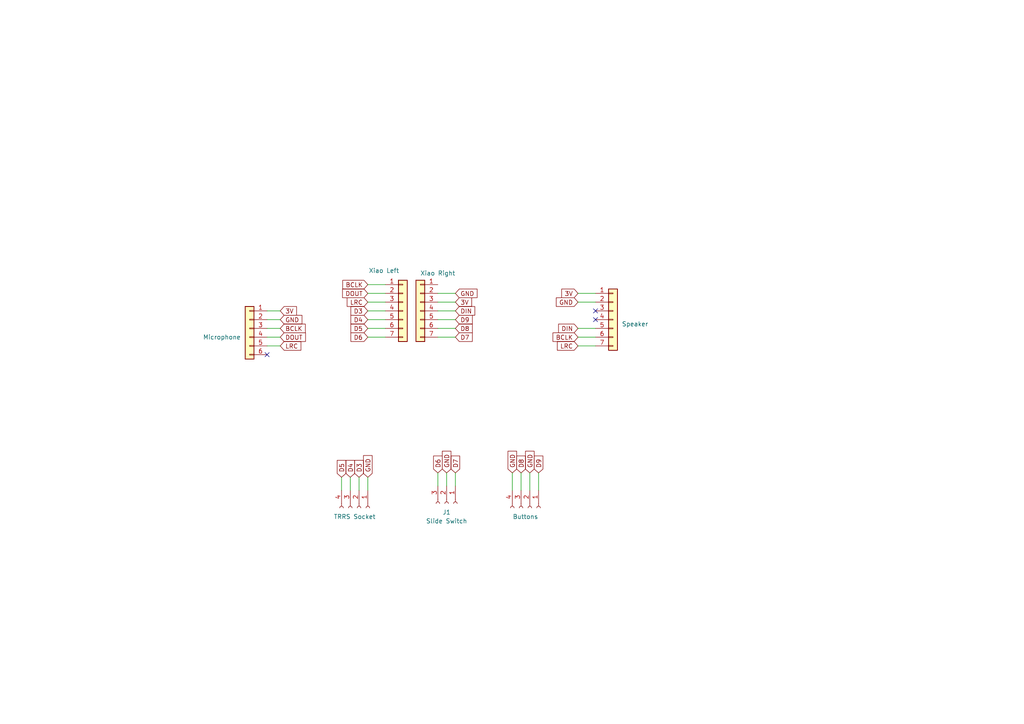
<source format=kicad_sch>
(kicad_sch (version 20250114) (generator "eeschema") (generator_version "9.0")
  (paper "A4")
  (lib_symbols
    (symbol "Connector:Conn_01x03_Socket" (pin_names (offset 1.016) (hide yes))
      (property "Reference" "J" (at 0 5.08 0))
      (property "Value" "Conn_01x03_Socket" (at 0 -5.08 0))
      (symbol "Conn_01x03_Socket_1_1"
        (polyline (pts (xy -1.27 2.54) (xy -0.508 2.54)) (stroke (width 0.1524)))
        (polyline (pts (xy -1.27 0) (xy -0.508 0)) (stroke (width 0.1524)))
        (polyline (pts (xy -1.27 -2.54) (xy -0.508 -2.54)) (stroke (width 0.1524)))
        (arc (start 0 2.032) (mid -0.5058 2.54) (end 0 3.048) (stroke (width 0.1524)))
        (arc (start 0 -0.508) (mid -0.5058 0) (end 0 0.508) (stroke (width 0.1524)))
        (arc (start 0 -3.048) (mid -0.5058 -2.54) (end 0 -2.032) (stroke (width 0.1524)))
        (pin passive line (at -5.08 2.54 0) (length 3.81) (name "Pin_1") (number "1"))
        (pin passive line (at -5.08 0 0) (length 3.81) (name "Pin_2") (number "2"))
        (pin passive line (at -5.08 -2.54 0) (length 3.81) (name "Pin_3") (number "3"))
      )
    )
    (symbol "Connector:Conn_01x04_Socket" (pin_names (offset 1.016) (hide yes))
      (property "Reference" "J" (at 0 5.08 0))
      (property "Value" "Conn_01x04_Socket" (at 0 -7.62 0))
      (symbol "Conn_01x04_Socket_1_1"
        (polyline (pts (xy -1.27 2.54) (xy -0.508 2.54)) (stroke (width 0.1524)))
        (polyline (pts (xy -1.27 0) (xy -0.508 0)) (stroke (width 0.1524)))
        (polyline (pts (xy -1.27 -2.54) (xy -0.508 -2.54)) (stroke (width 0.1524)))
        (polyline (pts (xy -1.27 -5.08) (xy -0.508 -5.08)) (stroke (width 0.1524)))
        (arc (start 0 2.032) (mid -0.5058 2.54) (end 0 3.048) (stroke (width 0.1524)))
        (arc (start 0 -0.508) (mid -0.5058 0) (end 0 0.508) (stroke (width 0.1524)))
        (arc (start 0 -3.048) (mid -0.5058 -2.54) (end 0 -2.032) (stroke (width 0.1524)))
        (arc (start 0 -5.588) (mid -0.5058 -5.08) (end 0 -4.572) (stroke (width 0.1524)))
        (pin passive line (at -5.08 2.54 0) (length 3.81) (name "Pin_1") (number "1"))
        (pin passive line (at -5.08 0 0) (length 3.81) (name "Pin_2") (number "2"))
        (pin passive line (at -5.08 -2.54 0) (length 3.81) (name "Pin_3") (number "3"))
        (pin passive line (at -5.08 -5.08 0) (length 3.81) (name "Pin_4") (number "4"))
      )
    )
    (symbol "Connector_Generic:Conn_01x06" (pin_names (offset 1.016) (hide yes))
      (property "Reference" "J" (at 0 7.62 0))
      (property "Value" "Conn_01x06" (at 0 -10.16 0))
      (symbol "Conn_01x06_1_1"
        (rectangle (start -1.27 6.35) (end 1.27 -8.89) (stroke (width 0.254)) (fill (type background)))
        (rectangle (start -1.27 5.207) (end 0 4.953) (stroke (width 0.1524)))
        (rectangle (start -1.27 2.667) (end 0 2.413) (stroke (width 0.1524)))
        (rectangle (start -1.27 0.127) (end 0 -0.127) (stroke (width 0.1524)))
        (rectangle (start -1.27 -2.413) (end 0 -2.667) (stroke (width 0.1524)))
        (rectangle (start -1.27 -4.953) (end 0 -5.207) (stroke (width 0.1524)))
        (rectangle (start -1.27 -7.493) (end 0 -7.747) (stroke (width 0.1524)))
        (pin passive line (at -5.08 5.08 0) (length 3.81) (name "Pin_1") (number "1"))
        (pin passive line (at -5.08 2.54 0) (length 3.81) (name "Pin_2") (number "2"))
        (pin passive line (at -5.08 0 0) (length 3.81) (name "Pin_3") (number "3"))
        (pin passive line (at -5.08 -2.54 0) (length 3.81) (name "Pin_4") (number "4"))
        (pin passive line (at -5.08 -5.08 0) (length 3.81) (name "Pin_5") (number "5"))
        (pin passive line (at -5.08 -7.62 0) (length 3.81) (name "Pin_6") (number "6"))
      )
    )
    (symbol "Connector_Generic:Conn_01x07" (pin_names (offset 1.016) (hide yes))
      (property "Reference" "J" (at 0 10.16 0))
      (property "Value" "Conn_01x07" (at 0 -10.16 0))
      (symbol "Conn_01x07_1_1"
        (rectangle (start -1.27 8.89) (end 1.27 -8.89) (stroke (width 0.254)) (fill (type background)))
        (rectangle (start -1.27 7.747) (end 0 7.493) (stroke (width 0.1524)))
        (rectangle (start -1.27 5.207) (end 0 4.953) (stroke (width 0.1524)))
        (rectangle (start -1.27 2.667) (end 0 2.413) (stroke (width 0.1524)))
        (rectangle (start -1.27 0.127) (end 0 -0.127) (stroke (width 0.1524)))
        (rectangle (start -1.27 -2.413) (end 0 -2.667) (stroke (width 0.1524)))
        (rectangle (start -1.27 -4.953) (end 0 -5.207) (stroke (width 0.1524)))
        (rectangle (start -1.27 -7.493) (end 0 -7.747) (stroke (width 0.1524)))
        (pin passive line (at -5.08 7.62 0) (length 3.81) (name "Pin_1") (number "1"))
        (pin passive line (at -5.08 5.08 0) (length 3.81) (name "Pin_2") (number "2"))
        (pin passive line (at -5.08 2.54 0) (length 3.81) (name "Pin_3") (number "3"))
        (pin passive line (at -5.08 0 0) (length 3.81) (name "Pin_4") (number "4"))
        (pin passive line (at -5.08 -2.54 0) (length 3.81) (name "Pin_5") (number "5"))
        (pin passive line (at -5.08 -5.08 0) (length 3.81) (name "Pin_6") (number "6"))
        (pin passive line (at -5.08 -7.62 0) (length 3.81) (name "Pin_7") (number "7"))
      )
    )
  )
  (no_connect (at 172.72 90.17))
  (no_connect (at 172.72 92.71))
  (no_connect (at 77.47 102.87))
  (wire (pts (xy 77.47 95.25) (xy 81.28 95.25)))
  (wire (pts (xy 77.47 100.33) (xy 81.28 100.33)))
  (wire (pts (xy 101.6 138.43) (xy 101.6 142.24)))
  (wire (pts (xy 104.14 138.43) (xy 104.14 142.24)))
  (wire (pts (xy 132.08 137.16) (xy 132.08 140.97)))
  (wire (pts (xy 132.08 92.71) (xy 127 92.71)))
  (wire (pts (xy 132.08 95.25) (xy 127 95.25)))
  (wire (pts (xy 129.54 137.16) (xy 129.54 140.97)))
  (wire (pts (xy 106.68 95.25) (xy 111.76 95.25)))
  (wire (pts (xy 167.64 100.33) (xy 172.72 100.33)))
  (wire (pts (xy 167.64 95.25) (xy 172.72 95.25)))
  (wire (pts (xy 167.64 97.79) (xy 172.72 97.79)))
  (wire (pts (xy 167.64 87.63) (xy 172.72 87.63)))
  (wire (pts (xy 153.67 137.16) (xy 153.67 142.24)))
  (wire (pts (xy 106.68 97.79) (xy 111.76 97.79)))
  (wire (pts (xy 167.64 85.09) (xy 172.72 85.09)))
  (wire (pts (xy 106.68 92.71) (xy 111.76 92.71)))
  (wire (pts (xy 148.59 137.16) (xy 148.59 142.24)))
  (wire (pts (xy 106.68 82.55) (xy 111.76 82.55)))
  (wire (pts (xy 106.68 90.17) (xy 111.76 90.17)))
  (wire (pts (xy 77.47 92.71) (xy 81.28 92.71)))
  (wire (pts (xy 99.06 138.43) (xy 99.06 142.24)))
  (wire (pts (xy 77.47 97.79) (xy 81.28 97.79)))
  (wire (pts (xy 156.21 137.16) (xy 156.21 142.24)))
  (wire (pts (xy 132.08 97.79) (xy 127 97.79)))
  (wire (pts (xy 127 137.16) (xy 127 140.97)))
  (wire (pts (xy 132.08 90.17) (xy 127 90.17)))
  (wire (pts (xy 127 87.63) (xy 132.08 87.63)))
  (wire (pts (xy 106.68 87.63) (xy 111.76 87.63)))
  (wire (pts (xy 127 85.09) (xy 132.08 85.09)))
  (wire (pts (xy 151.13 137.16) (xy 151.13 142.24)))
  (wire (pts (xy 106.68 85.09) (xy 111.76 85.09)))
  (wire (pts (xy 77.47 90.17) (xy 81.28 90.17)))
  (wire (pts (xy 106.68 138.43) (xy 106.68 142.24)))
  (global_label "3V" (shape input) (at 81.28 90.17 0) (property "Intersheetrefs" "${INTERSHEET_REFS}" (effects (hide yes))))
  (global_label "D4" (shape input) (at 101.6 138.43 90) (property "Intersheetrefs" "${INTERSHEET_REFS}" (effects (hide yes))))
  (global_label "GND" (shape input) (at 153.67 137.16 90) (property "Intersheetrefs" "${INTERSHEET_REFS}" (effects (hide yes))))
  (global_label "DIN" (shape input) (at 167.64 95.25 180) (property "Intersheetrefs" "${INTERSHEET_REFS}" (effects (hide yes))))
  (global_label "D9" (shape input) (at 132.08 92.71 0) (property "Intersheetrefs" "${INTERSHEET_REFS}" (effects (hide yes))))
  (global_label "GND" (shape input) (at 81.28 92.71 0) (property "Intersheetrefs" "${INTERSHEET_REFS}" (effects (hide yes))))
  (global_label "GND" (shape input) (at 106.68 138.43 90) (property "Intersheetrefs" "${INTERSHEET_REFS}" (effects (hide yes))))
  (global_label "D9" (shape input) (at 156.21 137.16 90) (property "Intersheetrefs" "${INTERSHEET_REFS}" (effects (hide yes))))
  (global_label "3V" (shape input) (at 132.08 87.63 0) (property "Intersheetrefs" "${INTERSHEET_REFS}" (effects (hide yes))))
  (global_label "D6" (shape input) (at 127 137.16 90) (property "Intersheetrefs" "${INTERSHEET_REFS}" (effects (hide yes))))
  (global_label "D8" (shape input) (at 151.13 137.16 90) (property "Intersheetrefs" "${INTERSHEET_REFS}" (effects (hide yes))))
  (global_label "GND" (shape input) (at 132.08 85.09 0) (property "Intersheetrefs" "${INTERSHEET_REFS}" (effects (hide yes))))
  (global_label "D7" (shape input) (at 132.08 97.79 0) (property "Intersheetrefs" "${INTERSHEET_REFS}" (effects (hide yes))))
  (global_label "LRC" (shape input) (at 106.68 87.63 180) (property "Intersheetrefs" "${INTERSHEET_REFS}" (effects (hide yes))))
  (global_label "D5" (shape input) (at 106.68 95.25 180) (property "Intersheetrefs" "${INTERSHEET_REFS}" (effects (hide yes))))
  (global_label "3V" (shape input) (at 167.64 85.09 180) (property "Intersheetrefs" "${INTERSHEET_REFS}" (effects (hide yes))))
  (global_label "DIN" (shape input) (at 132.08 90.17 0) (property "Intersheetrefs" "${INTERSHEET_REFS}" (effects (hide yes))))
  (global_label "D3" (shape input) (at 106.68 90.17 180) (property "Intersheetrefs" "${INTERSHEET_REFS}" (effects (hide yes))))
  (global_label "GND" (shape input) (at 129.54 137.16 90) (property "Intersheetrefs" "${INTERSHEET_REFS}" (effects (hide yes))))
  (global_label "DOUT" (shape input) (at 81.28 97.79 0) (property "Intersheetrefs" "${INTERSHEET_REFS}" (effects (hide yes))))
  (global_label "BCLK" (shape input) (at 167.64 97.79 180) (property "Intersheetrefs" "${INTERSHEET_REFS}" (effects (hide yes))))
  (global_label "LRC" (shape input) (at 81.28 100.33 0) (property "Intersheetrefs" "${INTERSHEET_REFS}" (effects (hide yes))))
  (global_label "GND" (shape input) (at 167.64 87.63 180) (property "Intersheetrefs" "${INTERSHEET_REFS}" (effects (hide yes))))
  (global_label "GND" (shape input) (at 148.59 137.16 90) (property "Intersheetrefs" "${INTERSHEET_REFS}" (effects (hide yes))))
  (global_label "BCLK" (shape input) (at 106.68 82.55 180) (property "Intersheetrefs" "${INTERSHEET_REFS}" (effects (hide yes))))
  (global_label "D3" (shape input) (at 104.14 138.43 90) (property "Intersheetrefs" "${INTERSHEET_REFS}" (effects (hide yes))))
  (global_label "DOUT" (shape input) (at 106.68 85.09 180) (property "Intersheetrefs" "${INTERSHEET_REFS}" (effects (hide yes))))
  (global_label "D7" (shape input) (at 132.08 137.16 90) (property "Intersheetrefs" "${INTERSHEET_REFS}" (effects (hide yes))))
  (global_label "D5" (shape input) (at 99.06 138.43 90) (property "Intersheetrefs" "${INTERSHEET_REFS}" (effects (hide yes))))
  (global_label "BCLK" (shape input) (at 81.28 95.25 0) (property "Intersheetrefs" "${INTERSHEET_REFS}" (effects (hide yes))))
  (global_label "D8" (shape input) (at 132.08 95.25 0) (property "Intersheetrefs" "${INTERSHEET_REFS}" (effects (hide yes))))
  (global_label "LRC" (shape input) (at 167.64 100.33 180) (property "Intersheetrefs" "${INTERSHEET_REFS}" (effects (hide yes))))
  (global_label "D6" (shape input) (at 106.68 97.79 180) (property "Intersheetrefs" "${INTERSHEET_REFS}" (effects (hide yes))))
  (global_label "D4" (shape input) (at 106.68 92.71 180) (property "Intersheetrefs" "${INTERSHEET_REFS}" (effects (hide yes))))
  (symbol (lib_id "Connector_Generic:Conn_01x07") (at 121.92 90.17 0) (mirror y) (unit 1)
    (property "Reference" "J6" (effects (hide yes)))
    (property "Value" "Xiao Right" (at 132.08 79.248 0) (effects (justify left)))
    (property "Footprint" "Connector_PinSocket_2.54mm:PinSocket_1x07_P2.54mm_Vertical" (effects (hide yes)))
    (property "Description" "Generic connector, single row, 01x07, script generated (kicad-library-utils/schlib/autogen/connector/)" (effects (hide yes)))
  )
  (symbol (lib_id "Connector:Conn_01x04_Socket") (at 153.67 147.32 270) (unit 1)
    (property "Reference" "J3" (effects (hide yes)))
    (property "Value" "Buttons" (at 152.4 149.86 90))
    (property "Footprint" "Connector_PinSocket_2.54mm:PinSocket_1x04_P2.54mm_Vertical" (effects (hide yes)))
    (property "Description" "Generic connector, single row, 01x04, script generated" (effects (hide yes)))
  )
  (symbol (lib_id "Connector:Conn_01x04_Socket") (at 104.14 147.32 270) (unit 1)
    (property "Reference" "J8" (effects (hide yes)))
    (property "Value" "TRRS Socket" (at 102.87 149.86 90))
    (property "Footprint" "Connector_PinSocket_2.54mm:PinSocket_1x04_P2.54mm_Vertical" (effects (hide yes)))
    (property "Description" "Generic connector, single row, 01x04, script generated" (effects (hide yes)))
  )
  (symbol (lib_id "Connector_Generic:Conn_01x07") (at 177.8 92.71 0) (unit 1)
    (property "Reference" "J4" (effects (hide yes)))
    (property "Value" "Speaker" (at 180.34 93.9799 0) (effects (justify left)))
    (property "Footprint" "Connector_PinSocket_2.54mm:PinSocket_1x07_P2.54mm_Vertical" (effects (hide yes)))
    (property "Description" "Generic connector, single row, 01x07, script generated (kicad-library-utils/schlib/autogen/connector/)" (effects (hide yes)))
  )
  (symbol (lib_id "Connector:Conn_01x03_Socket") (at 129.54 146.05 270) (unit 1)
    (property "Reference" "J1" (at 129.54 148.59 90))
    (property "Value" "Slide Switch" (at 129.54 151.13 90))
    (property "Footprint" "Connector_PinSocket_2.54mm:PinSocket_1x03_P2.54mm_Vertical" (effects (hide yes)))
    (property "Description" "Generic connector, single row, 01x03, script generated" (effects (hide yes)))
  )
  (symbol (lib_id "Connector_Generic:Conn_01x06") (at 72.39 95.25 0) (mirror y) (unit 1)
    (property "Reference" "J2" (effects (hide yes)))
    (property "Value" "Microphone" (at 69.85 97.7899 0) (effects (justify left)))
    (property "Footprint" "Connector_PinSocket_2.54mm:PinSocket_1x06_P2.54mm_Vertical" (effects (hide yes)))
    (property "Description" "Generic connector, single row, 01x06, script generated (kicad-library-utils/schlib/autogen/connector/)" (effects (hide yes)))
  )
  (symbol (lib_id "Connector_Generic:Conn_01x07") (at 116.84 90.17 0) (unit 1)
    (property "Reference" "J5" (effects (hide yes)))
    (property "Value" "Xiao Left" (at 106.934 78.486 0) (effects (justify left)))
    (property "Footprint" "Connector_PinSocket_2.54mm:PinSocket_1x07_P2.54mm_Vertical" (effects (hide yes)))
    (property "Description" "Generic connector, single row, 01x07, script generated (kicad-library-utils/schlib/autogen/connector/)" (effects (hide yes)))
  )
)
</source>
